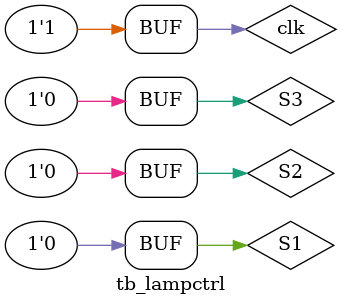
<source format=v>
`timescale 1ns / 1ps
module tb_lampctrl();
	// Inputs
	reg clk;
	reg S1;
	reg S2;
	reg S3;
	// Outputs
	wire F;

	// Instantiate the Unit Under Test (UUT)
	LampCtrl uut (
		.clk(clk), 
		.S1(S1), 
		.S2(S2), 
		.S3(S3), 
		.F(F)
	);
initial begin
		// Initialize Inputs
		clk = 0;
		S1 = 0;S2 = 0;S3 = 0;

		#600 S1 = 1;	
		#20 S1 = 0;
		#6000 S2 = 1;
		#20 S2 = 0;
		#6000 S3 = 1;
		#20 S3 = 0;
	end
	
	always begin
		#10 clk = 0;
		#10 clk = 1;
	end	
endmodule
</source>
